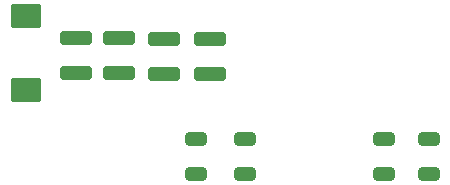
<source format=gbr>
%TF.GenerationSoftware,KiCad,Pcbnew,(6.0.0-0)*%
%TF.CreationDate,2022-06-13T23:55:57-07:00*%
%TF.ProjectId,max20499_breakout,6d617832-3034-4393-995f-627265616b6f,rev?*%
%TF.SameCoordinates,Original*%
%TF.FileFunction,Paste,Bot*%
%TF.FilePolarity,Positive*%
%FSLAX46Y46*%
G04 Gerber Fmt 4.6, Leading zero omitted, Abs format (unit mm)*
G04 Created by KiCad (PCBNEW (6.0.0-0)) date 2022-06-13 23:55:57*
%MOMM*%
%LPD*%
G01*
G04 APERTURE LIST*
G04 Aperture macros list*
%AMRoundRect*
0 Rectangle with rounded corners*
0 $1 Rounding radius*
0 $2 $3 $4 $5 $6 $7 $8 $9 X,Y pos of 4 corners*
0 Add a 4 corners polygon primitive as box body*
4,1,4,$2,$3,$4,$5,$6,$7,$8,$9,$2,$3,0*
0 Add four circle primitives for the rounded corners*
1,1,$1+$1,$2,$3*
1,1,$1+$1,$4,$5*
1,1,$1+$1,$6,$7*
1,1,$1+$1,$8,$9*
0 Add four rect primitives between the rounded corners*
20,1,$1+$1,$2,$3,$4,$5,0*
20,1,$1+$1,$4,$5,$6,$7,0*
20,1,$1+$1,$6,$7,$8,$9,0*
20,1,$1+$1,$8,$9,$2,$3,0*%
G04 Aperture macros list end*
%ADD10RoundRect,0.250000X-1.100000X0.325000X-1.100000X-0.325000X1.100000X-0.325000X1.100000X0.325000X0*%
%ADD11RoundRect,0.250000X0.650000X-0.325000X0.650000X0.325000X-0.650000X0.325000X-0.650000X-0.325000X0*%
%ADD12RoundRect,0.250000X-1.025000X0.787500X-1.025000X-0.787500X1.025000X-0.787500X1.025000X0.787500X0*%
G04 APERTURE END LIST*
D10*
%TO.C,C19*%
X115480000Y-92177500D03*
X115480000Y-95127500D03*
%TD*%
D11*
%TO.C,C12*%
X121940000Y-103645000D03*
X121940000Y-100695000D03*
%TD*%
D10*
%TO.C,C18*%
X111790000Y-92127500D03*
X111790000Y-95077500D03*
%TD*%
D11*
%TO.C,C14*%
X126090000Y-103645000D03*
X126090000Y-100695000D03*
%TD*%
D12*
%TO.C,C17*%
X107560000Y-90300000D03*
X107560000Y-96525000D03*
%TD*%
D10*
%TO.C,C21*%
X123120000Y-92227500D03*
X123120000Y-95177500D03*
%TD*%
D11*
%TO.C,C13*%
X137860000Y-103645000D03*
X137860000Y-100695000D03*
%TD*%
%TO.C,C11*%
X141700000Y-103645000D03*
X141700000Y-100695000D03*
%TD*%
D10*
%TO.C,C20*%
X119230000Y-92227500D03*
X119230000Y-95177500D03*
%TD*%
M02*

</source>
